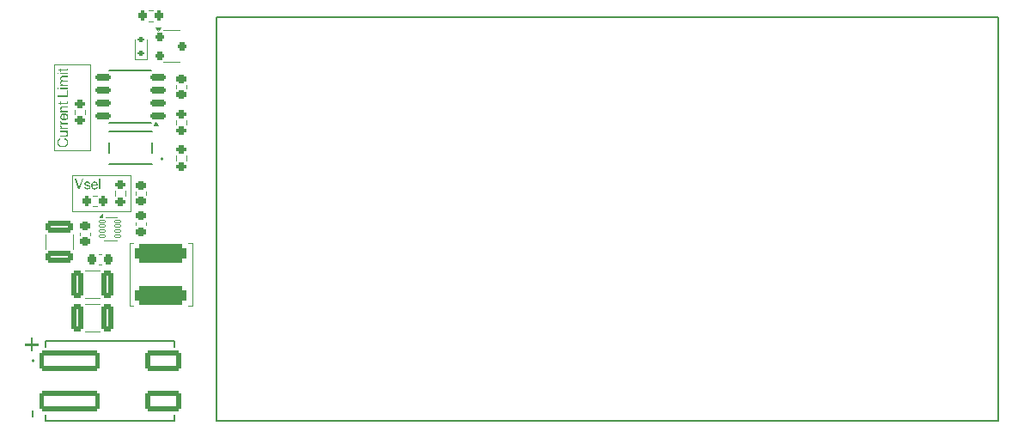
<source format=gto>
G04 #@! TF.GenerationSoftware,KiCad,Pcbnew,8.0.8*
G04 #@! TF.CreationDate,2025-10-05T08:52:29-04:00*
G04 #@! TF.ProjectId,project-hw-2-18650,70726f6a-6563-4742-9d68-772d322d3138,rev?*
G04 #@! TF.SameCoordinates,Original*
G04 #@! TF.FileFunction,Legend,Top*
G04 #@! TF.FilePolarity,Positive*
%FSLAX46Y46*%
G04 Gerber Fmt 4.6, Leading zero omitted, Abs format (unit mm)*
G04 Created by KiCad (PCBNEW 8.0.8) date 2025-10-05 08:52:29*
%MOMM*%
%LPD*%
G01*
G04 APERTURE LIST*
G04 Aperture macros list*
%AMRoundRect*
0 Rectangle with rounded corners*
0 $1 Rounding radius*
0 $2 $3 $4 $5 $6 $7 $8 $9 X,Y pos of 4 corners*
0 Add a 4 corners polygon primitive as box body*
4,1,4,$2,$3,$4,$5,$6,$7,$8,$9,$2,$3,0*
0 Add four circle primitives for the rounded corners*
1,1,$1+$1,$2,$3*
1,1,$1+$1,$4,$5*
1,1,$1+$1,$6,$7*
1,1,$1+$1,$8,$9*
0 Add four rect primitives between the rounded corners*
20,1,$1+$1,$2,$3,$4,$5,0*
20,1,$1+$1,$4,$5,$6,$7,0*
20,1,$1+$1,$6,$7,$8,$9,0*
20,1,$1+$1,$8,$9,$2,$3,0*%
G04 Aperture macros list end*
%ADD10C,0.100000*%
%ADD11C,0.125000*%
%ADD12C,0.120000*%
%ADD13C,0.150000*%
%ADD14C,0.127000*%
%ADD15C,0.200000*%
%ADD16RoundRect,0.200000X0.200000X0.275000X-0.200000X0.275000X-0.200000X-0.275000X0.200000X-0.275000X0*%
%ADD17RoundRect,0.200000X-0.250000X-0.200000X0.250000X-0.200000X0.250000X0.200000X-0.250000X0.200000X0*%
%ADD18RoundRect,0.125000X-0.175000X0.125000X-0.175000X-0.125000X0.175000X-0.125000X0.175000X0.125000X0*%
%ADD19RoundRect,0.150000X0.625000X0.150000X-0.625000X0.150000X-0.625000X-0.150000X0.625000X-0.150000X0*%
%ADD20RoundRect,0.200000X-0.275000X0.200000X-0.275000X-0.200000X0.275000X-0.200000X0.275000X0.200000X0*%
%ADD21R,1.050000X0.650000*%
%ADD22RoundRect,0.225000X-0.250000X0.225000X-0.250000X-0.225000X0.250000X-0.225000X0.250000X0.225000X0*%
%ADD23RoundRect,0.050000X-0.285000X-0.100000X0.285000X-0.100000X0.285000X0.100000X-0.285000X0.100000X0*%
%ADD24RoundRect,0.475000X-2.075000X0.475000X-2.075000X-0.475000X2.075000X-0.475000X2.075000X0.475000X0*%
%ADD25RoundRect,0.250000X-1.500000X-0.750000X1.500000X-0.750000X1.500000X0.750000X-1.500000X0.750000X0*%
%ADD26RoundRect,0.250000X-2.750000X-0.750000X2.750000X-0.750000X2.750000X0.750000X-2.750000X0.750000X0*%
%ADD27RoundRect,0.250000X0.325000X1.100000X-0.325000X1.100000X-0.325000X-1.100000X0.325000X-1.100000X0*%
%ADD28RoundRect,0.225000X0.225000X0.250000X-0.225000X0.250000X-0.225000X-0.250000X0.225000X-0.250000X0*%
%ADD29RoundRect,0.225000X0.250000X-0.225000X0.250000X0.225000X-0.250000X0.225000X-0.250000X-0.225000X0*%
%ADD30RoundRect,0.250000X-1.100000X0.325000X-1.100000X-0.325000X1.100000X-0.325000X1.100000X0.325000X0*%
G04 APERTURE END LIST*
D10*
G36*
X19284633Y-56942533D02*
G01*
X19472212Y-56942533D01*
X19472212Y-57620551D01*
X19284633Y-57620551D01*
X19284633Y-56942533D01*
G37*
G36*
X19159685Y-49747418D02*
G01*
X19347264Y-49747418D01*
X19347264Y-50329692D01*
X19941263Y-50329692D01*
X19941263Y-50527041D01*
X19347264Y-50527041D01*
X19347264Y-51109316D01*
X19159685Y-51109316D01*
X19159685Y-50527041D01*
X18596950Y-50527041D01*
X18596950Y-50329692D01*
X19159685Y-50329692D01*
X19159685Y-49747418D01*
G37*
X23250000Y-33750000D02*
X29000000Y-33750000D01*
X29000000Y-37250000D01*
X23250000Y-37250000D01*
X23250000Y-33750000D01*
X21500000Y-22750000D02*
X25000000Y-22750000D01*
X25000000Y-31250000D01*
X21500000Y-31250000D01*
X21500000Y-22750000D01*
G36*
X24030495Y-35080000D02*
G01*
X23889811Y-35080000D01*
X23521004Y-34048318D01*
X23661688Y-34048318D01*
X23962840Y-34921486D01*
X24247138Y-34048318D01*
X24386357Y-34048318D01*
X24030495Y-35080000D01*
G37*
G36*
X24574424Y-34861158D02*
G01*
X24586086Y-34909353D01*
X24611262Y-34954043D01*
X24620097Y-34963984D01*
X24664202Y-34989863D01*
X24714861Y-35000030D01*
X24754431Y-35001842D01*
X24804082Y-34998148D01*
X24853532Y-34984256D01*
X24878995Y-34970579D01*
X24914349Y-34934064D01*
X24926133Y-34887536D01*
X24913435Y-34839974D01*
X24899267Y-34823545D01*
X24855684Y-34798855D01*
X24812072Y-34785931D01*
X24702407Y-34759309D01*
X24648942Y-34745429D01*
X24597170Y-34727763D01*
X24550824Y-34705590D01*
X24520202Y-34683838D01*
X24488946Y-34644121D01*
X24472117Y-34593483D01*
X24468911Y-34553656D01*
X24475016Y-34499494D01*
X24493331Y-34451861D01*
X24523857Y-34410759D01*
X24546092Y-34390746D01*
X24587964Y-34364032D01*
X24636156Y-34344951D01*
X24690668Y-34333502D01*
X24743550Y-34329745D01*
X24751500Y-34329685D01*
X24804759Y-34332420D01*
X24858672Y-34342243D01*
X24905166Y-34359211D01*
X24948604Y-34386838D01*
X24982015Y-34422636D01*
X25004761Y-34466007D01*
X25016842Y-34516952D01*
X25018946Y-34548527D01*
X24895115Y-34548527D01*
X24884322Y-34500655D01*
X24851343Y-34463149D01*
X24803506Y-34444342D01*
X24747348Y-34439106D01*
X24697797Y-34443297D01*
X24650406Y-34458777D01*
X24633531Y-34468904D01*
X24600561Y-34506216D01*
X24591277Y-34548527D01*
X24606515Y-34594998D01*
X24623517Y-34611542D01*
X24669129Y-34635096D01*
X24718986Y-34650225D01*
X24727808Y-34652330D01*
X24840160Y-34679197D01*
X24891314Y-34693485D01*
X24939775Y-34712771D01*
X24982336Y-34738187D01*
X24999162Y-34752470D01*
X25029227Y-34792358D01*
X25045416Y-34841313D01*
X25048499Y-34878988D01*
X25043355Y-34929409D01*
X25025269Y-34979673D01*
X24994162Y-35023098D01*
X24966189Y-35048248D01*
X24921478Y-35075817D01*
X24869652Y-35095509D01*
X24818470Y-35106278D01*
X24761841Y-35111016D01*
X24744661Y-35111263D01*
X24693560Y-35109064D01*
X24633000Y-35099295D01*
X24581094Y-35081709D01*
X24537844Y-35056308D01*
X24495953Y-35013565D01*
X24472178Y-34970579D01*
X24457057Y-34919776D01*
X24450593Y-34861158D01*
X24574424Y-34861158D01*
G37*
G36*
X25530837Y-34333395D02*
G01*
X25583652Y-34344523D01*
X25630706Y-34363070D01*
X25684481Y-34399340D01*
X25718091Y-34435198D01*
X25745939Y-34478475D01*
X25768025Y-34529171D01*
X25784350Y-34587285D01*
X25794913Y-34652819D01*
X25799714Y-34725771D01*
X25800034Y-34751737D01*
X25257083Y-34751737D01*
X25261922Y-34805791D01*
X25273508Y-34854136D01*
X25294607Y-34901700D01*
X25316922Y-34933698D01*
X25356688Y-34969633D01*
X25404849Y-34992259D01*
X25455373Y-35001243D01*
X25473726Y-35001842D01*
X25524184Y-34996896D01*
X25574695Y-34978623D01*
X25616207Y-34946887D01*
X25648720Y-34901687D01*
X25666434Y-34861158D01*
X25784647Y-34861158D01*
X25771918Y-34910375D01*
X25750272Y-34960498D01*
X25721054Y-35004088D01*
X25684265Y-35041144D01*
X25679134Y-35045317D01*
X25634896Y-35074168D01*
X25585223Y-35094776D01*
X25537301Y-35106046D01*
X25485219Y-35111005D01*
X25469574Y-35111263D01*
X25413781Y-35107579D01*
X25362538Y-35096528D01*
X25315847Y-35078109D01*
X25273706Y-35052324D01*
X25236117Y-35019171D01*
X25224598Y-35006482D01*
X25194053Y-34964622D01*
X25169827Y-34917628D01*
X25151921Y-34865498D01*
X25140334Y-34808234D01*
X25135507Y-34756591D01*
X25134717Y-34723893D01*
X25136965Y-34669963D01*
X25138569Y-34657948D01*
X25259769Y-34657948D01*
X25674982Y-34657948D01*
X25670403Y-34607999D01*
X25654575Y-34558120D01*
X25627441Y-34514157D01*
X25617096Y-34502121D01*
X25578041Y-34468891D01*
X25532928Y-34447968D01*
X25481756Y-34439352D01*
X25470795Y-34439106D01*
X25418412Y-34444926D01*
X25372087Y-34462386D01*
X25331820Y-34491485D01*
X25324494Y-34498702D01*
X25293405Y-34539755D01*
X25272191Y-34588728D01*
X25261542Y-34639574D01*
X25259769Y-34657948D01*
X25138569Y-34657948D01*
X25143709Y-34619456D01*
X25157737Y-34563365D01*
X25178239Y-34512203D01*
X25205215Y-34465969D01*
X25226796Y-34437885D01*
X25263482Y-34401114D01*
X25304477Y-34371951D01*
X25349783Y-34350396D01*
X25399400Y-34336448D01*
X25453327Y-34330108D01*
X25472260Y-34329685D01*
X25530837Y-34333395D01*
G37*
G36*
X26040369Y-34048318D02*
G01*
X26040369Y-35080000D01*
X25922400Y-35080000D01*
X25922400Y-34048318D01*
X26040369Y-34048318D01*
G37*
D11*
G36*
X22326371Y-30943824D02*
G01*
X22273637Y-30942141D01*
X22221316Y-30937092D01*
X22186664Y-30931856D01*
X22138340Y-30921059D01*
X22088747Y-30905125D01*
X22042561Y-30886182D01*
X21997581Y-30863542D01*
X21952456Y-30835002D01*
X21911891Y-30802651D01*
X21875857Y-30764101D01*
X21847006Y-30721893D01*
X21824221Y-30678073D01*
X21819567Y-30667585D01*
X21801739Y-30617918D01*
X21789745Y-30564811D01*
X21783983Y-30514719D01*
X21782686Y-30475366D01*
X21785571Y-30414991D01*
X21794227Y-30359437D01*
X21808652Y-30308705D01*
X21828848Y-30262794D01*
X21864752Y-30209080D01*
X21910914Y-30163937D01*
X21952267Y-30135705D01*
X21999391Y-30112294D01*
X22052284Y-30093705D01*
X22110949Y-30079937D01*
X22110949Y-30213538D01*
X22059658Y-30227505D01*
X22010130Y-30249751D01*
X21969257Y-30278914D01*
X21946817Y-30302198D01*
X21920370Y-30343873D01*
X21902579Y-30394436D01*
X21894030Y-30446841D01*
X21892107Y-30490753D01*
X21896186Y-30544434D01*
X21908422Y-30593736D01*
X21928815Y-30638658D01*
X21957366Y-30679202D01*
X21994074Y-30715366D01*
X22008122Y-30726448D01*
X22054608Y-30755831D01*
X22107052Y-30779135D01*
X22155308Y-30793911D01*
X22207702Y-30804466D01*
X22264235Y-30810799D01*
X22324905Y-30812909D01*
X22384227Y-30810715D01*
X22439614Y-30804132D01*
X22491064Y-30793160D01*
X22538580Y-30777800D01*
X22590403Y-30753574D01*
X22636559Y-30723028D01*
X22675737Y-30687007D01*
X22706810Y-30646538D01*
X22729776Y-30601621D01*
X22744637Y-30552257D01*
X22751391Y-30498444D01*
X22751842Y-30479518D01*
X22748382Y-30426995D01*
X22735956Y-30373895D01*
X22714494Y-30328183D01*
X22683994Y-30289860D01*
X22679546Y-30285589D01*
X22638299Y-30254494D01*
X22594044Y-30231769D01*
X22542169Y-30213227D01*
X22491639Y-30200665D01*
X22454842Y-30193998D01*
X22454842Y-30058932D01*
X22504057Y-30066019D01*
X22571926Y-30081472D01*
X22632651Y-30102712D01*
X22686232Y-30129740D01*
X22732669Y-30162556D01*
X22771961Y-30201158D01*
X22804110Y-30245549D01*
X22829114Y-30295726D01*
X22846974Y-30351691D01*
X22857691Y-30413444D01*
X22861263Y-30480983D01*
X22859019Y-30532381D01*
X22852287Y-30581062D01*
X22839349Y-30632580D01*
X22825359Y-30670272D01*
X22803538Y-30714611D01*
X22775803Y-30757668D01*
X22741052Y-30797483D01*
X22734256Y-30803872D01*
X22694224Y-30836165D01*
X22649689Y-30864532D01*
X22605296Y-30886915D01*
X22559534Y-30905472D01*
X22510683Y-30921146D01*
X22463391Y-30931856D01*
X22412295Y-30939149D01*
X22360855Y-30943076D01*
X22326371Y-30943824D01*
G37*
G36*
X22830000Y-29336217D02*
G01*
X22830000Y-29441730D01*
X22720090Y-29441730D01*
X22759615Y-29471341D01*
X22795373Y-29505058D01*
X22826949Y-29546652D01*
X22829023Y-29550174D01*
X22848669Y-29595878D01*
X22858712Y-29644049D01*
X22861263Y-29687927D01*
X22857858Y-29738729D01*
X22845891Y-29789459D01*
X22822487Y-29837850D01*
X22806796Y-29858897D01*
X22769049Y-29892643D01*
X22724193Y-29913890D01*
X22672229Y-29922639D01*
X22660983Y-29922889D01*
X22095317Y-29922889D01*
X22095317Y-29806140D01*
X22609204Y-29806140D01*
X22657678Y-29799409D01*
X22702890Y-29774912D01*
X22713007Y-29765352D01*
X22739554Y-29724005D01*
X22750894Y-29675482D01*
X22751842Y-29654221D01*
X22745283Y-29600707D01*
X22725605Y-29554349D01*
X22692808Y-29515146D01*
X22684675Y-29508164D01*
X22643435Y-29481599D01*
X22595279Y-29463728D01*
X22546667Y-29455142D01*
X22506622Y-29453210D01*
X22095317Y-29453210D01*
X22095317Y-29336217D01*
X22830000Y-29336217D01*
G37*
G36*
X22189106Y-28817201D02*
G01*
X22192761Y-28866091D01*
X22202748Y-28915039D01*
X22221392Y-28961274D01*
X22244549Y-28994521D01*
X22286529Y-29025691D01*
X22333301Y-29042315D01*
X22383844Y-29050800D01*
X22434311Y-29053571D01*
X22443363Y-29053628D01*
X22830000Y-29053628D01*
X22830000Y-29171598D01*
X22095317Y-29171598D01*
X22095317Y-29063398D01*
X22220369Y-29063398D01*
X22177398Y-29032133D01*
X22139826Y-28998513D01*
X22112414Y-28965701D01*
X22088922Y-28919469D01*
X22079813Y-28869158D01*
X22079685Y-28862142D01*
X22083349Y-28817201D01*
X22189106Y-28817201D01*
G37*
G36*
X22189106Y-28353140D02*
G01*
X22192761Y-28402030D01*
X22202748Y-28450978D01*
X22221392Y-28497213D01*
X22244549Y-28530460D01*
X22286529Y-28561630D01*
X22333301Y-28578253D01*
X22383844Y-28586738D01*
X22434311Y-28589509D01*
X22443363Y-28589567D01*
X22830000Y-28589567D01*
X22830000Y-28707536D01*
X22095317Y-28707536D01*
X22095317Y-28599337D01*
X22220369Y-28599337D01*
X22177398Y-28568072D01*
X22139826Y-28534451D01*
X22112414Y-28501639D01*
X22088922Y-28455407D01*
X22079813Y-28405097D01*
X22079685Y-28398080D01*
X22083349Y-28353140D01*
X22189106Y-28353140D01*
G37*
G36*
X22501737Y-28163363D02*
G01*
X22555791Y-28158524D01*
X22604136Y-28146938D01*
X22651700Y-28125838D01*
X22683698Y-28103524D01*
X22719633Y-28063758D01*
X22742259Y-28015596D01*
X22751243Y-27965072D01*
X22751842Y-27946720D01*
X22746896Y-27896262D01*
X22728623Y-27845750D01*
X22696887Y-27804238D01*
X22651687Y-27771726D01*
X22611158Y-27754012D01*
X22611158Y-27635799D01*
X22660375Y-27648528D01*
X22710498Y-27670174D01*
X22754088Y-27699391D01*
X22791144Y-27736180D01*
X22795317Y-27741311D01*
X22824168Y-27785550D01*
X22844776Y-27835223D01*
X22856046Y-27883144D01*
X22861005Y-27935227D01*
X22861263Y-27950872D01*
X22857579Y-28006665D01*
X22846528Y-28057907D01*
X22828109Y-28104599D01*
X22802324Y-28146739D01*
X22769171Y-28184329D01*
X22756482Y-28195847D01*
X22714622Y-28226393D01*
X22667628Y-28250619D01*
X22615498Y-28268525D01*
X22558234Y-28280111D01*
X22506591Y-28284939D01*
X22473893Y-28285729D01*
X22419963Y-28283481D01*
X22369456Y-28276737D01*
X22313365Y-28262709D01*
X22262203Y-28242207D01*
X22215969Y-28215230D01*
X22187885Y-28193649D01*
X22151114Y-28156964D01*
X22121951Y-28115969D01*
X22100396Y-28070662D01*
X22086448Y-28021046D01*
X22080108Y-27967119D01*
X22079718Y-27949651D01*
X22189106Y-27949651D01*
X22194926Y-28002034D01*
X22212386Y-28048359D01*
X22241485Y-28088626D01*
X22248702Y-28095952D01*
X22289755Y-28127041D01*
X22338728Y-28148254D01*
X22389574Y-28158904D01*
X22407948Y-28160676D01*
X22407948Y-27745464D01*
X22357999Y-27750042D01*
X22308120Y-27765870D01*
X22264157Y-27793004D01*
X22252121Y-27803349D01*
X22218891Y-27842404D01*
X22197968Y-27887517D01*
X22189352Y-27938689D01*
X22189106Y-27949651D01*
X22079718Y-27949651D01*
X22079685Y-27948185D01*
X22083395Y-27889608D01*
X22094523Y-27836793D01*
X22113070Y-27789740D01*
X22149340Y-27735964D01*
X22185198Y-27702355D01*
X22228475Y-27674507D01*
X22279171Y-27652420D01*
X22337285Y-27636096D01*
X22402819Y-27625533D01*
X22475771Y-27620731D01*
X22501737Y-27620411D01*
X22501737Y-28163363D01*
G37*
G36*
X22095317Y-27498046D02*
G01*
X22095317Y-27389846D01*
X22230383Y-27389846D01*
X22188757Y-27361495D01*
X22150890Y-27328589D01*
X22119429Y-27290684D01*
X22114856Y-27283600D01*
X22093424Y-27237450D01*
X22082468Y-27189050D01*
X22079685Y-27145115D01*
X22083090Y-27094358D01*
X22095057Y-27043789D01*
X22118461Y-26995713D01*
X22134152Y-26974877D01*
X22171570Y-26941389D01*
X22216049Y-26920304D01*
X22267588Y-26911622D01*
X22278743Y-26911374D01*
X22830000Y-26911374D01*
X22830000Y-27028367D01*
X22330767Y-27028367D01*
X22279182Y-27036174D01*
X22235118Y-27061866D01*
X22227697Y-27069155D01*
X22201317Y-27110502D01*
X22190048Y-27159025D01*
X22189106Y-27180286D01*
X22195618Y-27233179D01*
X22215152Y-27279204D01*
X22247710Y-27318359D01*
X22255785Y-27325366D01*
X22301704Y-27354217D01*
X22350292Y-27371047D01*
X22399255Y-27378741D01*
X22432616Y-27380076D01*
X22830000Y-27380076D01*
X22830000Y-27498046D01*
X22095317Y-27498046D01*
G37*
G36*
X22095317Y-26465387D02*
G01*
X22189106Y-26465387D01*
X22189106Y-26586531D01*
X22686629Y-26586531D01*
X22734955Y-26576246D01*
X22738653Y-26573098D01*
X22751829Y-26524149D01*
X22751842Y-26521807D01*
X22747843Y-26472367D01*
X22746224Y-26465387D01*
X22850760Y-26465387D01*
X22858299Y-26513794D01*
X22861263Y-26561130D01*
X22856264Y-26611771D01*
X22836389Y-26659490D01*
X22830976Y-26666643D01*
X22788910Y-26696267D01*
X22744759Y-26703279D01*
X22189106Y-26703279D01*
X22189106Y-26803175D01*
X22095317Y-26803175D01*
X22095317Y-26703279D01*
X21892107Y-26703279D01*
X21892107Y-26586531D01*
X22095317Y-26586531D01*
X22095317Y-26465387D01*
G37*
G36*
X21798318Y-25846475D02*
G01*
X22720579Y-25846475D01*
X22720579Y-25339916D01*
X22830000Y-25339916D01*
X22830000Y-25977145D01*
X21798318Y-25977145D01*
X21798318Y-25846475D01*
G37*
G36*
X22095317Y-25091277D02*
G01*
X22830000Y-25091277D01*
X22830000Y-25208025D01*
X22095317Y-25208025D01*
X22095317Y-25091277D01*
G37*
G36*
X21798318Y-25091277D02*
G01*
X21939002Y-25091277D01*
X21939002Y-25209490D01*
X21798318Y-25209490D01*
X21798318Y-25091277D01*
G37*
G36*
X22095317Y-24907117D02*
G01*
X22095317Y-24798918D01*
X22211088Y-24798918D01*
X22171480Y-24768521D01*
X22136561Y-24733983D01*
X22110704Y-24698290D01*
X22090621Y-24652079D01*
X22081170Y-24603485D01*
X22079685Y-24572505D01*
X22085377Y-24516337D01*
X22102453Y-24467298D01*
X22130911Y-24425389D01*
X22170754Y-24390609D01*
X22198632Y-24373935D01*
X22161514Y-24341564D01*
X22126984Y-24303095D01*
X22106552Y-24271353D01*
X22088186Y-24222647D01*
X22080630Y-24174127D01*
X22079685Y-24147522D01*
X22083820Y-24093430D01*
X22098112Y-24042120D01*
X22125624Y-23996368D01*
X22131953Y-23989253D01*
X22173261Y-23957548D01*
X22220430Y-23940146D01*
X22270714Y-23933783D01*
X22282896Y-23933565D01*
X22830000Y-23933565D01*
X22830000Y-24051779D01*
X22333454Y-24051779D01*
X22282769Y-24057704D01*
X22236909Y-24079268D01*
X22226964Y-24087683D01*
X22198571Y-24130792D01*
X22189254Y-24180333D01*
X22189106Y-24188311D01*
X22196834Y-24239212D01*
X22220018Y-24284207D01*
X22244061Y-24310921D01*
X22284613Y-24339705D01*
X22330706Y-24356542D01*
X22377418Y-24361479D01*
X22830000Y-24361479D01*
X22830000Y-24479448D01*
X22333454Y-24479448D01*
X22282769Y-24485374D01*
X22236909Y-24506937D01*
X22226964Y-24515352D01*
X22198571Y-24558461D01*
X22189254Y-24608002D01*
X22189106Y-24615980D01*
X22196834Y-24666882D01*
X22220018Y-24711876D01*
X22244061Y-24738590D01*
X22284613Y-24767375D01*
X22330706Y-24784211D01*
X22377418Y-24789148D01*
X22830000Y-24789148D01*
X22830000Y-24907117D01*
X22095317Y-24907117D01*
G37*
G36*
X22095317Y-23644382D02*
G01*
X22830000Y-23644382D01*
X22830000Y-23761130D01*
X22095317Y-23761130D01*
X22095317Y-23644382D01*
G37*
G36*
X21798318Y-23644382D02*
G01*
X21939002Y-23644382D01*
X21939002Y-23762595D01*
X21798318Y-23762595D01*
X21798318Y-23644382D01*
G37*
G36*
X22095317Y-23178855D02*
G01*
X22189106Y-23178855D01*
X22189106Y-23300000D01*
X22686629Y-23300000D01*
X22734955Y-23289715D01*
X22738653Y-23286566D01*
X22751829Y-23237617D01*
X22751842Y-23235275D01*
X22747843Y-23185835D01*
X22746224Y-23178855D01*
X22850760Y-23178855D01*
X22858299Y-23227262D01*
X22861263Y-23274598D01*
X22856264Y-23325240D01*
X22836389Y-23372958D01*
X22830976Y-23380111D01*
X22788910Y-23409735D01*
X22744759Y-23416748D01*
X22189106Y-23416748D01*
X22189106Y-23516643D01*
X22095317Y-23516643D01*
X22095317Y-23416748D01*
X21892107Y-23416748D01*
X21892107Y-23300000D01*
X22095317Y-23300000D01*
X22095317Y-23178855D01*
G37*
D12*
X31237258Y-17477500D02*
X30762742Y-17477500D01*
X31237258Y-18522500D02*
X30762742Y-18522500D01*
X33000000Y-19440000D02*
X32200000Y-19440000D01*
X33000000Y-19440000D02*
X33800000Y-19440000D01*
X33000000Y-22560000D02*
X32200000Y-22560000D01*
X33000000Y-22560000D02*
X33800000Y-22560000D01*
X31700000Y-19490000D02*
X31460000Y-19160000D01*
X31940000Y-19160000D01*
X31700000Y-19490000D01*
G36*
X31700000Y-19490000D02*
G01*
X31460000Y-19160000D01*
X31940000Y-19160000D01*
X31700000Y-19490000D01*
G37*
X29400000Y-22260000D02*
X30600000Y-22260000D01*
X29400000Y-20300000D02*
X29400000Y-22260000D01*
X30600000Y-20300000D02*
X30600000Y-22260000D01*
D13*
X31075000Y-28575000D02*
X26925000Y-28575000D01*
X31075000Y-23425000D02*
X26925000Y-23425000D01*
D12*
X31740000Y-28830000D02*
X31260000Y-28830000D01*
X31500000Y-28500000D01*
X31740000Y-28830000D01*
G36*
X31740000Y-28830000D02*
G01*
X31260000Y-28830000D01*
X31500000Y-28500000D01*
X31740000Y-28830000D01*
G37*
X33477500Y-28262742D02*
X33477500Y-28737258D01*
X34522500Y-28262742D02*
X34522500Y-28737258D01*
D14*
X31100000Y-32620000D02*
X26900000Y-32620000D01*
X31100000Y-30500000D02*
X31100000Y-31500000D01*
X26900000Y-30500000D02*
X26900000Y-31500000D01*
X26900000Y-29380000D02*
X31100000Y-29380000D01*
D15*
X32200000Y-32100000D02*
G75*
G02*
X32000000Y-32100000I-100000J0D01*
G01*
X32000000Y-32100000D02*
G75*
G02*
X32200000Y-32100000I100000J0D01*
G01*
D12*
X23477500Y-27262742D02*
X23477500Y-27737258D01*
X24522500Y-27262742D02*
X24522500Y-27737258D01*
X34522500Y-31762742D02*
X34522500Y-32237258D01*
X33477500Y-31762742D02*
X33477500Y-32237258D01*
X34510000Y-24859420D02*
X34510000Y-25140580D01*
X33490000Y-24859420D02*
X33490000Y-25140580D01*
X28522500Y-35262742D02*
X28522500Y-35737258D01*
X27477500Y-35262742D02*
X27477500Y-35737258D01*
X27650000Y-37840000D02*
X26600000Y-37840000D01*
X27650000Y-40160000D02*
X26350000Y-40160000D01*
X26240000Y-37840000D02*
X25960000Y-37840000D01*
X26240000Y-37560000D01*
X26240000Y-37840000D01*
G36*
X26240000Y-37840000D02*
G01*
X25960000Y-37840000D01*
X26240000Y-37560000D01*
X26240000Y-37840000D01*
G37*
X25737258Y-35727500D02*
X25262742Y-35727500D01*
X25737258Y-36772500D02*
X25262742Y-36772500D01*
X28900000Y-46600000D02*
X29300000Y-46600000D01*
X35100000Y-46600000D02*
X34700000Y-46600000D01*
X28900000Y-40400000D02*
X28900000Y-46600000D01*
X28900000Y-40400000D02*
X29300000Y-40400000D01*
X35100000Y-40400000D02*
X35100000Y-46600000D01*
X35100000Y-40400000D02*
X34700000Y-40400000D01*
D15*
X19500000Y-52000000D02*
G75*
G02*
X19300000Y-52000000I-100000J0D01*
G01*
X19300000Y-52000000D02*
G75*
G02*
X19500000Y-52000000I100000J0D01*
G01*
D14*
X33350000Y-57950000D02*
X33350000Y-57320000D01*
X33350000Y-50680000D02*
X33350000Y-50050000D01*
X33350000Y-50050000D02*
X20650000Y-50050000D01*
X20650000Y-57950000D02*
X33350000Y-57950000D01*
X20650000Y-57950000D02*
X20650000Y-57320000D01*
X20650000Y-50050000D02*
X20650000Y-50680000D01*
D12*
X30510000Y-38359420D02*
X30510000Y-38640580D01*
X29490000Y-38359420D02*
X29490000Y-38640580D01*
X25961252Y-45860000D02*
X24538748Y-45860000D01*
X25961252Y-43140000D02*
X24538748Y-43140000D01*
X26140580Y-42510000D02*
X25859420Y-42510000D01*
X26140580Y-41490000D02*
X25859420Y-41490000D01*
X25961252Y-49110000D02*
X24538748Y-49110000D01*
X25961252Y-46390000D02*
X24538748Y-46390000D01*
X29490000Y-35640580D02*
X29490000Y-35359420D01*
X30510000Y-35640580D02*
X30510000Y-35359420D01*
X23990000Y-39359420D02*
X23990000Y-39640580D01*
X25010000Y-39359420D02*
X25010000Y-39640580D01*
X23360000Y-39538748D02*
X23360000Y-40961252D01*
X20640000Y-39538748D02*
X20640000Y-40961252D01*
D15*
X37450000Y-18100000D02*
X37450000Y-57900000D01*
X37450000Y-57900000D02*
X114550000Y-57900000D01*
X114550000Y-18100000D02*
X37450000Y-18100000D01*
X114550000Y-57900000D02*
X114550000Y-18100000D01*
%LPC*%
D16*
X30175000Y-18000000D03*
X31825000Y-18000000D03*
D17*
X31900000Y-20050000D03*
X31900000Y-21950000D03*
X34100000Y-21000000D03*
D18*
X30000000Y-21700000D03*
X30000000Y-20300000D03*
D19*
X31700000Y-27905000D03*
X31700000Y-26635000D03*
X31700000Y-25365000D03*
X31700000Y-24095000D03*
X26300000Y-24095000D03*
X26300000Y-25365000D03*
X26300000Y-26635000D03*
X26300000Y-27905000D03*
D20*
X34000000Y-29325000D03*
X34000000Y-27675000D03*
D21*
X31075000Y-32075000D03*
X26925000Y-32075000D03*
X31075000Y-29925000D03*
X26925000Y-29925000D03*
D20*
X24000000Y-28325000D03*
X24000000Y-26675000D03*
X34000000Y-31175000D03*
X34000000Y-32825000D03*
D22*
X34000000Y-24225000D03*
X34000000Y-25775000D03*
D20*
X28000000Y-34675000D03*
X28000000Y-36325000D03*
D23*
X26260000Y-38250000D03*
X26260000Y-38750000D03*
X26260000Y-39250000D03*
X26260000Y-39750000D03*
X27740000Y-39750000D03*
X27740000Y-39250000D03*
X27740000Y-38750000D03*
X27740000Y-38250000D03*
D16*
X24675000Y-36250000D03*
X26325000Y-36250000D03*
D24*
X32000000Y-45600000D03*
X32000000Y-41400000D03*
D25*
X32250000Y-56000000D03*
D26*
X23000000Y-56000000D03*
D25*
X32250000Y-52000000D03*
D26*
X23000000Y-52000000D03*
D22*
X30000000Y-37725000D03*
X30000000Y-39275000D03*
D27*
X26725000Y-44500000D03*
X23775000Y-44500000D03*
D28*
X26775000Y-42000000D03*
X25225000Y-42000000D03*
D27*
X26725000Y-47750000D03*
X23775000Y-47750000D03*
D29*
X30000000Y-36275000D03*
X30000000Y-34725000D03*
D22*
X24500000Y-40275000D03*
X24500000Y-38725000D03*
D30*
X22000000Y-38775000D03*
X22000000Y-41725000D03*
%LPD*%
M02*

</source>
